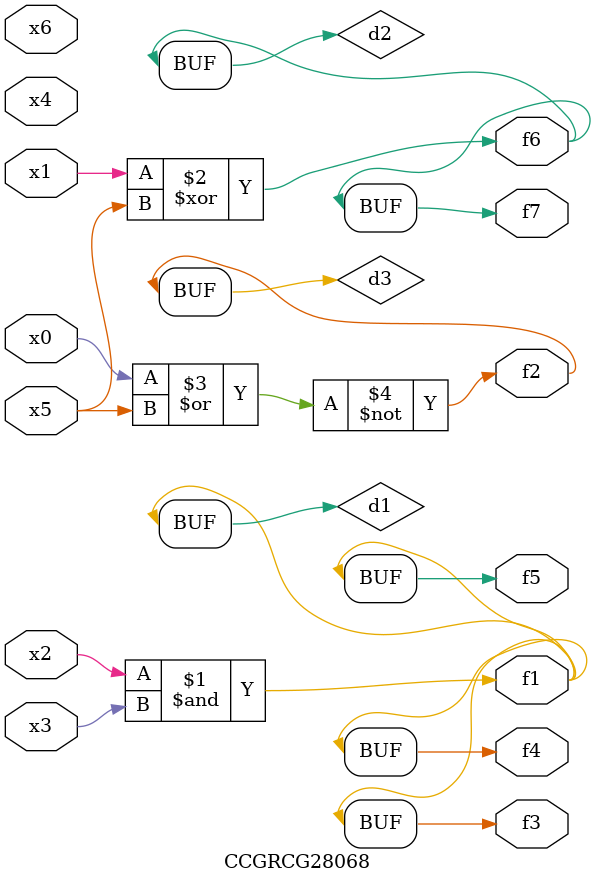
<source format=v>
module CCGRCG28068(
	input x0, x1, x2, x3, x4, x5, x6,
	output f1, f2, f3, f4, f5, f6, f7
);

	wire d1, d2, d3;

	and (d1, x2, x3);
	xor (d2, x1, x5);
	nor (d3, x0, x5);
	assign f1 = d1;
	assign f2 = d3;
	assign f3 = d1;
	assign f4 = d1;
	assign f5 = d1;
	assign f6 = d2;
	assign f7 = d2;
endmodule

</source>
